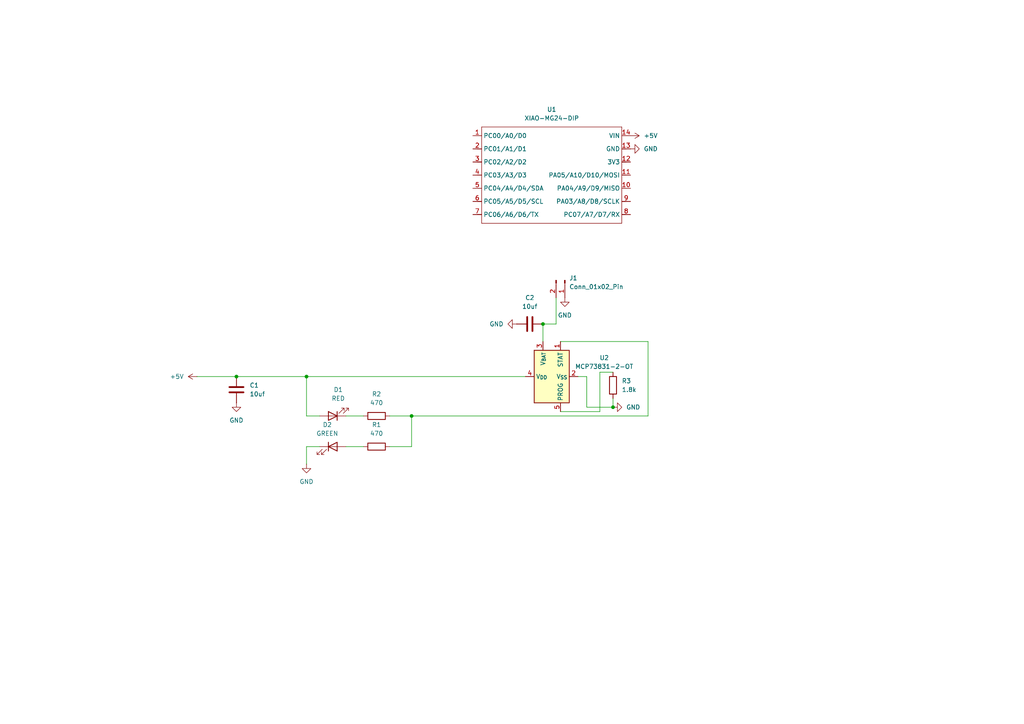
<source format=kicad_sch>
(kicad_sch (version 20250114) (generator "eeschema") (generator_version "9.0")
  (paper "A4")
  (lib_symbols
    (symbol "Battery_Management:MCP73831-2-OT"
      (property "Reference" "U" (at -7.62 6.35 0))
      (property "Value" "MCP73831-2-OT" (at 1.27 6.35 0))
      (symbol "MCP73831-2-OT_0_1"
        (rectangle (start -7.62 5.08) (end 7.62 -5.08) (stroke (width 0.254)) (fill (type background)))
      )
      (symbol "MCP73831-2-OT_1_1"
        (pin input line (at -10.16 -2.54 0) (length 2.54) (name "PROG") (number "5"))
        (pin power_in line (at 0 7.62 270) (length 2.54) (name "V_{DD}") (number "4"))
        (pin power_in line (at 0 -7.62 90) (length 2.54) (name "V_{SS}") (number "2"))
        (pin power_out line (at 10.16 2.54 180) (length 2.54) (name "V_{BAT}") (number "3"))
        (pin tri_state line (at 10.16 -2.54 180) (length 2.54) (name "STAT") (number "1"))
      )
    )
    (symbol "Connector:Conn_01x02_Pin" (pin_names (offset 1.016) (hide yes))
      (property "Reference" "J" (at 0 2.54 0))
      (property "Value" "Conn_01x02_Pin" (at 0 -5.08 0))
      (symbol "Conn_01x02_Pin_1_1"
        (rectangle (start 0.8636 0.127) (end 0 -0.127) (stroke (width 0.1524)) (fill (type outline)))
        (rectangle (start 0.8636 -2.413) (end 0 -2.667) (stroke (width 0.1524)) (fill (type outline)))
        (polyline (pts (xy 1.27 0) (xy 0.8636 0)) (stroke (width 0.1524)))
        (polyline (pts (xy 1.27 -2.54) (xy 0.8636 -2.54)) (stroke (width 0.1524)))
        (pin passive line (at 5.08 0 180) (length 3.81) (name "Pin_1") (number "1"))
        (pin passive line (at 5.08 -2.54 180) (length 3.81) (name "Pin_2") (number "2"))
      )
    )
    (symbol "Device:C" (pin_numbers (hide yes)) (pin_names (offset 0.254))
      (property "Reference" "C" (at 0.635 2.54 0))
      (property "Value" "C" (at 0.635 -2.54 0))
      (symbol "C_0_1"
        (polyline (pts (xy -2.032 0.762) (xy 2.032 0.762)) (stroke (width 0.508)))
        (polyline (pts (xy -2.032 -0.762) (xy 2.032 -0.762)) (stroke (width 0.508)))
      )
      (symbol "C_1_1"
        (pin passive line (at 0 3.81 270) (length 2.794) (name "~") (number "1"))
        (pin passive line (at 0 -3.81 90) (length 2.794) (name "~") (number "2"))
      )
    )
    (symbol "Device:LED" (pin_numbers (hide yes)) (pin_names (offset 1.016) (hide yes))
      (property "Reference" "D" (at 0 2.54 0))
      (property "Value" "LED" (at 0 -2.54 0))
      (symbol "LED_0_1"
        (polyline (pts (xy -3.048 -0.762) (xy -4.572 -2.286) (xy -3.81 -2.286) (xy -4.572 -2.286) (xy -4.572 -1.524)))
        (polyline (pts (xy -1.778 -0.762) (xy -3.302 -2.286) (xy -2.54 -2.286) (xy -3.302 -2.286) (xy -3.302 -1.524)))
        (polyline (pts (xy -1.27 0) (xy 1.27 0)))
        (polyline (pts (xy -1.27 -1.27) (xy -1.27 1.27)) (stroke (width 0.254)))
        (polyline (pts (xy 1.27 -1.27) (xy 1.27 1.27) (xy -1.27 0) (xy 1.27 -1.27)) (stroke (width 0.254)))
      )
      (symbol "LED_1_1"
        (pin passive line (at -3.81 0 0) (length 2.54) (name "K") (number "1"))
        (pin passive line (at 3.81 0 180) (length 2.54) (name "A") (number "2"))
      )
    )
    (symbol "Device:R" (pin_numbers (hide yes)) (pin_names (offset 0))
      (property "Reference" "R" (at 2.032 0 90))
      (property "Value" "R" (at 0 0 90))
      (symbol "R_0_1"
        (rectangle (start -1.016 -2.54) (end 1.016 2.54) (stroke (width 0.254)))
      )
      (symbol "R_1_1"
        (pin passive line (at 0 3.81 270) (length 1.27) (name "~") (number "1"))
        (pin passive line (at 0 -3.81 90) (length 1.27) (name "~") (number "2"))
      )
    )
    (symbol "Seeed:XIAO-MG24-DIP"
      (property "Reference" "U" (at 0.508 0 0))
      (property "Value" "XIAO-MG24-DIP" (at 7.366 -2.286 0))
      (symbol "XIAO-MG24-DIP_1_0"
        (polyline (pts (xy 0 -3.81) (xy 40.64 -3.81)) (stroke (width 0.1524)))
        (polyline (pts (xy 0 -6.35) (xy -1.27 -6.35)) (stroke (width 0.1524)))
        (polyline (pts (xy 0 -6.35) (xy 0 -3.81)) (stroke (width 0.1524)))
        (polyline (pts (xy 0 -10.16) (xy -1.27 -10.16)) (stroke (width 0.1524)))
        (polyline (pts (xy 0 -10.16) (xy 0 -6.35)) (stroke (width 0.1524)))
        (polyline (pts (xy 0 -13.97) (xy -1.27 -13.97)) (stroke (width 0.1524)))
        (polyline (pts (xy 0 -13.97) (xy 0 -10.16)) (stroke (width 0.1524)))
        (polyline (pts (xy 0 -17.78) (xy -1.27 -17.78)) (stroke (width 0.1524)))
        (polyline (pts (xy 0 -17.78) (xy 0 -13.97)) (stroke (width 0.1524)))
        (polyline (pts (xy 0 -21.59) (xy -1.27 -21.59)) (stroke (width 0.1524)))
        (polyline (pts (xy 0 -25.4) (xy -1.27 -25.4)) (stroke (width 0.1524)))
        (polyline (pts (xy 0 -29.21) (xy -1.27 -29.21)) (stroke (width 0.1524)))
        (polyline (pts (xy 0 -31.75) (xy 0 -17.78)) (stroke (width 0.1524)))
        (polyline (pts (xy 40.64 -3.81) (xy 40.64 -6.35)) (stroke (width 0.1524)))
        (polyline (pts (xy 40.64 -6.35) (xy 40.64 -10.16)) (stroke (width 0.1524)))
        (polyline (pts (xy 40.64 -10.16) (xy 40.64 -13.97)) (stroke (width 0.1524)))
        (polyline (pts (xy 40.64 -13.97) (xy 40.64 -31.75)) (stroke (width 0.1524)))
        (polyline (pts (xy 40.64 -31.75) (xy 0 -31.75)) (stroke (width 0.1524)))
        (polyline (pts (xy 41.91 -6.35) (xy 40.64 -6.35)) (stroke (width 0.1524)))
        (polyline (pts (xy 41.91 -10.16) (xy 40.64 -10.16)) (stroke (width 0.1524)))
        (polyline (pts (xy 41.91 -13.97) (xy 40.64 -13.97)) (stroke (width 0.1524)))
        (polyline (pts (xy 41.91 -17.78) (xy 40.64 -17.78)) (stroke (width 0.1524)))
        (polyline (pts (xy 41.91 -21.59) (xy 40.64 -21.59)) (stroke (width 0.1524)))
        (polyline (pts (xy 41.91 -25.4) (xy 40.64 -25.4)) (stroke (width 0.1524)))
        (polyline (pts (xy 41.91 -29.21) (xy 40.64 -29.21)) (stroke (width 0.1524)))
        (pin passive line (at -2.54 -6.35 0) (length 2.54) (name "PC00/A0/D0") (number "1"))
        (pin passive line (at -2.54 -10.16 0) (length 2.54) (name "PC01/A1/D1") (number "2"))
        (pin passive line (at -2.54 -13.97 0) (length 2.54) (name "PC02/A2/D2") (number "3"))
        (pin passive line (at -2.54 -17.78 0) (length 2.54) (name "PC03/A3/D3") (number "4"))
        (pin passive line (at -2.54 -21.59 0) (length 2.54) (name "PC04/A4/D4/SDA") (number "5"))
        (pin passive line (at -2.54 -25.4 0) (length 2.54) (name "PC05/A5/D5/SCL") (number "6"))
        (pin passive line (at -2.54 -29.21 0) (length 2.54) (name "PC06/A6/D6/TX") (number "7"))
        (pin passive line (at 43.18 -6.35 180) (length 2.54) (name "VIN") (number "14"))
        (pin passive line (at 43.18 -10.16 180) (length 2.54) (name "GND") (number "13"))
        (pin passive line (at 43.18 -13.97 180) (length 2.54) (name "3V3") (number "12"))
        (pin passive line (at 43.18 -17.78 180) (length 2.54) (name "PA05/A10/D10/MOSI") (number "11"))
        (pin passive line (at 43.18 -21.59 180) (length 2.54) (name "PA04/A9/D9/MISO") (number "10"))
        (pin passive line (at 43.18 -25.4 180) (length 2.54) (name "PA03/A8/D8/SCLK") (number "9"))
        (pin passive line (at 43.18 -29.21 180) (length 2.54) (name "PC07/A7/D7/RX") (number "8"))
      )
    )
    (symbol "power:+5V" (power) (pin_numbers (hide yes)) (pin_names (offset 0) (hide yes))
      (property "Value" "+5V" (at 0 3.556 0))
      (symbol "+5V_0_1"
        (polyline (pts (xy -0.762 1.27) (xy 0 2.54)))
        (polyline (pts (xy 0 2.54) (xy 0.762 1.27)))
        (polyline (pts (xy 0 0) (xy 0 2.54)))
      )
      (symbol "+5V_1_1"
        (pin power_in line (at 0 0 90) (length 0) (name "~") (number "1"))
      )
    )
    (symbol "power:GND" (power) (pin_numbers (hide yes)) (pin_names (offset 0) (hide yes))
      (property "Value" "GND" (at 0 -3.81 0))
      (symbol "GND_0_1"
        (polyline (pts (xy 0 0) (xy 0 -1.27) (xy 1.27 -1.27) (xy 0 -2.54) (xy -1.27 -1.27) (xy 0 -1.27)))
      )
      (symbol "GND_1_1"
        (pin power_in line (at 0 0 270) (length 0) (name "~") (number "1"))
      )
    )
  )
  (junction (at 119.38 120.65))
  (junction (at 157.48 93.98))
  (junction (at 68.58 109.22))
  (junction (at 177.8 118.11))
  (junction (at 88.9 109.22))
  (wire (pts (xy 119.38 120.65) (xy 113.03 120.65)))
  (wire (pts (xy 177.8 107.95) (xy 173.99 107.95)))
  (wire (pts (xy 170.18 109.22) (xy 170.18 118.11)))
  (wire (pts (xy 173.99 119.38) (xy 162.56 119.38)))
  (wire (pts (xy 177.8 115.57) (xy 177.8 118.11)))
  (wire (pts (xy 68.58 109.22) (xy 88.9 109.22)))
  (wire (pts (xy 100.33 120.65) (xy 105.41 120.65)))
  (wire (pts (xy 173.99 107.95) (xy 173.99 119.38)))
  (wire (pts (xy 187.96 99.06) (xy 187.96 120.65)))
  (wire (pts (xy 88.9 129.54) (xy 92.71 129.54)))
  (wire (pts (xy 161.29 86.36) (xy 161.29 93.98)))
  (wire (pts (xy 88.9 120.65) (xy 92.71 120.65)))
  (wire (pts (xy 167.64 109.22) (xy 170.18 109.22)))
  (wire (pts (xy 170.18 118.11) (xy 177.8 118.11)))
  (wire (pts (xy 187.96 120.65) (xy 119.38 120.65)))
  (wire (pts (xy 162.56 99.06) (xy 187.96 99.06)))
  (wire (pts (xy 119.38 129.54) (xy 119.38 120.65)))
  (wire (pts (xy 113.03 129.54) (xy 119.38 129.54)))
  (wire (pts (xy 88.9 109.22) (xy 152.4 109.22)))
  (wire (pts (xy 88.9 134.62) (xy 88.9 129.54)))
  (wire (pts (xy 157.48 93.98) (xy 157.48 99.06)))
  (wire (pts (xy 88.9 109.22) (xy 88.9 120.65)))
  (wire (pts (xy 100.33 129.54) (xy 105.41 129.54)))
  (wire (pts (xy 57.15 109.22) (xy 68.58 109.22)))
  (wire (pts (xy 161.29 93.98) (xy 157.48 93.98)))
  (symbol (lib_id "Device:C") (at 68.58 113.03 0) (unit 1)
    (property "Reference" "C1" (at 72.39 111.7599 0) (effects (justify left)))
    (property "Value" "10uf" (at 72.39 114.2999 0) (effects (justify left)))
    (property "Description" "Unpolarized capacitor" (effects (hide yes)))
  )
  (symbol (lib_id "power:GND") (at 177.8 118.11 90) (unit 1)
    (property "Reference" "#PWR06" (effects (hide yes)))
    (property "Value" "GND" (at 181.61 118.1099 90) (effects (justify right)))
    (property "Description" "Power symbol creates a global label with name \"GND\" , ground" (effects (hide yes)))
  )
  (symbol (lib_id "power:+5V") (at 182.88 39.37 270) (unit 1)
    (property "Reference" "#PWR08" (effects (hide yes)))
    (property "Value" "+5V" (at 186.69 39.3699 90) (effects (justify left)))
    (property "Description" "Power symbol creates a global label with name \"+5V\"" (effects (hide yes)))
  )
  (symbol (lib_id "Device:C") (at 153.67 93.98 270) (unit 1)
    (property "Reference" "C2" (at 153.67 86.36 90))
    (property "Value" "10uf" (at 153.67 88.9 90))
    (property "Description" "Unpolarized capacitor" (effects (hide yes)))
  )
  (symbol (lib_id "Device:R") (at 109.22 120.65 90) (unit 1)
    (property "Reference" "R2" (at 109.22 114.3 90))
    (property "Value" "470" (at 109.22 116.84 90))
    (property "Description" "Resistor" (effects (hide yes)))
  )
  (symbol (lib_id "Battery_Management:MCP73831-2-OT") (at 160.02 109.22 90) (unit 1)
    (property "Reference" "U2" (at 175.26 103.7746 90))
    (property "Value" "MCP73831-2-OT" (at 175.26 106.3146 90))
    (property "Footprint" "Package_TO_SOT_SMD:SOT-23-5" (effects (hide yes)))
    (property "Datasheet" "http://ww1.microchip.com/downloads/en/DeviceDoc/20001984g.pdf" (effects (hide yes)))
    (property "Description" "Single cell, Li-Ion/Li-Po charge management controller, 4.20V, Tri-State Status Output, in SOT23-5 package" (effects (hide yes)))
  )
  (symbol (lib_id "Device:LED") (at 96.52 129.54 0) (unit 1)
    (property "Reference" "D2" (at 94.9325 123.19 0))
    (property "Value" "GREEN" (at 94.9325 125.73 0))
    (property "Description" "Light emitting diode" (effects (hide yes)))
    (property "Sim.Pins" "1=K 2=A" (effects (hide yes)))
  )
  (symbol (lib_id "Seeed:XIAO-MG24-DIP") (at 139.7 33.02 0) (unit 1)
    (property "Reference" "U1" (at 160.02 31.75 0))
    (property "Value" "XIAO-MG24-DIP" (at 160.02 34.29 0))
    (property "Footprint" "Module:MOUDLE14P-XIAO-DIP-SMD" (effects (hide yes)))
  )
  (symbol (lib_id "power:GND") (at 68.58 116.84 0) (unit 1)
    (property "Reference" "#PWR02" (effects (hide yes)))
    (property "Value" "GND" (at 68.58 121.92 0))
    (property "Description" "Power symbol creates a global label with name \"GND\" , ground" (effects (hide yes)))
  )
  (symbol (lib_id "power:GND") (at 182.88 43.18 90) (unit 1)
    (property "Reference" "#PWR09" (effects (hide yes)))
    (property "Value" "GND" (at 186.69 43.1799 90) (effects (justify right)))
    (property "Description" "Power symbol creates a global label with name \"GND\" , ground" (effects (hide yes)))
  )
  (symbol (lib_id "Device:LED") (at 96.52 120.65 180) (unit 1)
    (property "Reference" "D1" (at 98.1075 113.03 0))
    (property "Value" "RED" (at 98.1075 115.57 0))
    (property "Description" "Light emitting diode" (effects (hide yes)))
    (property "Sim.Pins" "1=K 2=A" (effects (hide yes)))
  )
  (symbol (lib_id "Connector:Conn_01x02_Pin") (at 163.83 81.28 270) (unit 1)
    (property "Reference" "J1" (at 165.1 80.6449 90) (effects (justify left)))
    (property "Value" "Conn_01x02_Pin" (at 165.1 83.1849 90) (effects (justify left)))
    (property "Description" "Generic connector, single row, 01x02, script generated" (effects (hide yes)))
  )
  (symbol (lib_id "power:+5V") (at 57.15 109.22 90) (unit 1)
    (property "Reference" "#PWR07" (effects (hide yes)))
    (property "Value" "+5V" (at 53.34 109.2199 90) (effects (justify left)))
    (property "Description" "Power symbol creates a global label with name \"+5V\"" (effects (hide yes)))
  )
  (symbol (lib_id "power:GND") (at 88.9 134.62 0) (unit 1)
    (property "Reference" "#PWR03" (effects (hide yes)))
    (property "Value" "GND" (at 88.9 139.7 0))
    (property "Description" "Power symbol creates a global label with name \"GND\" , ground" (effects (hide yes)))
  )
  (symbol (lib_id "power:GND") (at 163.83 86.36 0) (unit 1)
    (property "Reference" "#PWR04" (effects (hide yes)))
    (property "Value" "GND" (at 163.83 91.44 0))
    (property "Description" "Power symbol creates a global label with name \"GND\" , ground" (effects (hide yes)))
  )
  (symbol (lib_id "Device:R") (at 109.22 129.54 90) (unit 1)
    (property "Reference" "R1" (at 109.22 123.19 90))
    (property "Value" "470" (at 109.22 125.73 90))
    (property "Description" "Resistor" (effects (hide yes)))
  )
  (symbol (lib_id "power:GND") (at 149.86 93.98 270) (unit 1)
    (property "Reference" "#PWR05" (effects (hide yes)))
    (property "Value" "GND" (at 146.05 93.9799 90) (effects (justify right)))
    (property "Description" "Power symbol creates a global label with name \"GND\" , ground" (effects (hide yes)))
  )
  (symbol (lib_id "Device:R") (at 177.8 111.76 0) (unit 1)
    (property "Reference" "R3" (at 180.34 110.4899 0) (effects (justify left)))
    (property "Value" "1.8k" (at 180.34 113.0299 0) (effects (justify left)))
    (property "Description" "Resistor" (effects (hide yes)))
  )
)
</source>
